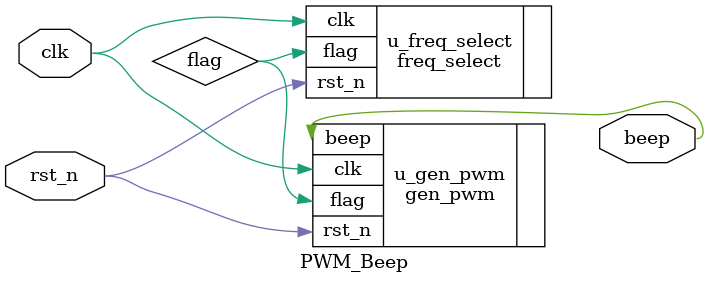
<source format=v>
module PWM_Beep(
	input  wire clk  ,
	input  wire rst_n,
	
	output wire beep
);

parameter   CNT_MAX = 24'd14_999_999;//300ms
parameter   DO  	= 16'd47750		;//1
parameter   RE  	= 16'd42250		;//2
parameter   MI  	= 16'd37900		;//3
parameter   FA  	= 16'd37550		;//4
parameter   SO  	= 16'd31850		;//5
parameter   LA      = 16'd28400		;//6
parameter   XI  	= 16'd25400		;//7
wire flag;

//实例化音频选择模块
freq_select#(
.CNT_MAX 	(CNT_MAX),
.DO  	  	(DO)     ,
.RE  	  	(RE)     ,
.MI  	  	(MI)     ,
.FA  	  	(FA)     ,
.SO  	  	(SO)     ,
.LA     	(LA)     ,
.XI  	  	(XI)
) u_freq_select(

.clk		(clk)  ,
.rst_n		(rst_n),
		
.flag		(flag)
);
//实例化pwm产生模块
gen_pwm	u_gen_pwm
(
.clk		(clk)  ,
.rst_n		(rst_n),
.flag		(flag) ,
		
.beep		(beep)
);
endmodule 



</source>
